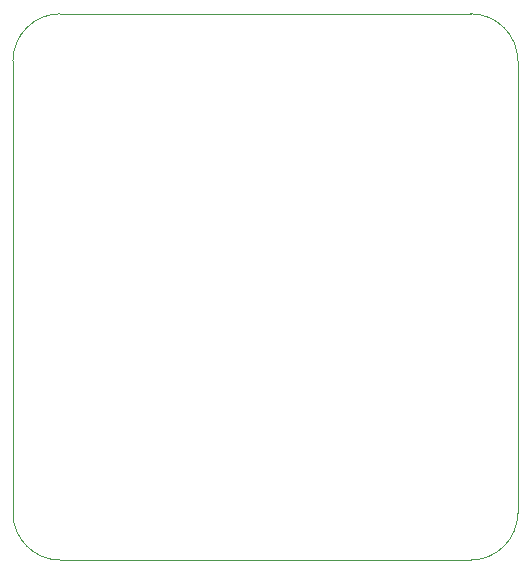
<source format=gbr>
%TF.GenerationSoftware,KiCad,Pcbnew,9.0.0*%
%TF.CreationDate,2025-04-07T00:56:54-07:00*%
%TF.ProjectId,Motor_quick_connect,4d6f746f-725f-4717-9569-636b5f636f6e,rev?*%
%TF.SameCoordinates,Original*%
%TF.FileFunction,Profile,NP*%
%FSLAX46Y46*%
G04 Gerber Fmt 4.6, Leading zero omitted, Abs format (unit mm)*
G04 Created by KiCad (PCBNEW 9.0.0) date 2025-04-07 00:56:54*
%MOMM*%
%LPD*%
G01*
G04 APERTURE LIST*
%TA.AperFunction,Profile*%
%ADD10C,0.050000*%
%TD*%
G04 APERTURE END LIST*
D10*
X80250000Y-38250000D02*
X80250000Y-76500000D01*
X37500000Y-76500000D02*
X37500000Y-38250000D01*
X76250000Y-34250000D02*
G75*
G02*
X80250000Y-38250000I0J-4000000D01*
G01*
X76250000Y-80500000D02*
X41500000Y-80500000D01*
X41500000Y-80500000D02*
G75*
G02*
X37500000Y-76500000I0J4000000D01*
G01*
X41500000Y-34250000D02*
X76250000Y-34250000D01*
X37500000Y-38250000D02*
G75*
G02*
X41500000Y-34250000I4000000J0D01*
G01*
X80250000Y-76500000D02*
G75*
G02*
X76250000Y-80500000I-4000000J0D01*
G01*
M02*

</source>
